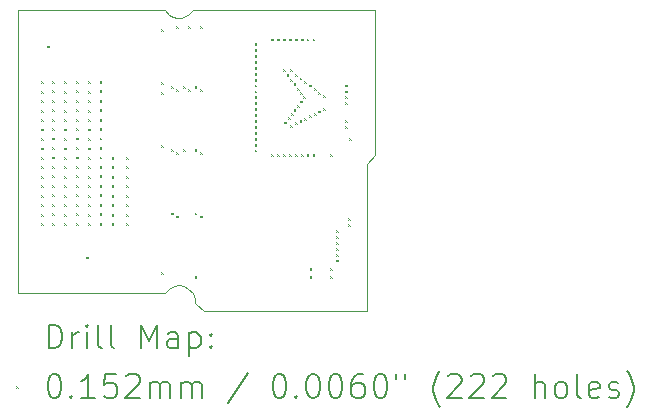
<source format=gbr>
%TF.GenerationSoftware,KiCad,Pcbnew,8.0.5*%
%TF.CreationDate,2025-10-23T09:57:47-05:00*%
%TF.ProjectId,iris-128s,69726973-2d31-4323-9873-2e6b69636164,1*%
%TF.SameCoordinates,Original*%
%TF.FileFunction,Drillmap*%
%TF.FilePolarity,Positive*%
%FSLAX45Y45*%
G04 Gerber Fmt 4.5, Leading zero omitted, Abs format (unit mm)*
G04 Created by KiCad (PCBNEW 8.0.5) date 2025-10-23 09:57:47*
%MOMM*%
%LPD*%
G01*
G04 APERTURE LIST*
%ADD10C,0.050000*%
%ADD11C,0.200000*%
%ADD12C,0.100000*%
G04 APERTURE END LIST*
D10*
X9550000Y-10400000D02*
X9550000Y-8000000D01*
X10990000Y-10360000D02*
X11030000Y-10400000D01*
X11000000Y-8035000D02*
X11030000Y-8000000D01*
X12570000Y-8000000D02*
X12570000Y-9230000D01*
X10790000Y-10400000D02*
X10830000Y-10360000D01*
X10895000Y-8070000D02*
X10930000Y-8070000D01*
X9550000Y-8000000D02*
X10790000Y-8000000D01*
X10830000Y-10360000D02*
X10870000Y-10340000D01*
X10790000Y-10400000D02*
X9550000Y-10400000D01*
X11030000Y-10400000D02*
X11050000Y-10450000D01*
X12100000Y-10550000D02*
X11120000Y-10550000D01*
X10790000Y-8000000D02*
X10825000Y-8040000D01*
X11050000Y-10450000D02*
X11050000Y-10480000D01*
X10950000Y-10340250D02*
X10990000Y-10360000D01*
X10970000Y-8055000D02*
X11000000Y-8035000D01*
X12500000Y-9300000D02*
X12500000Y-10550000D01*
X10910000Y-10330000D02*
X10950000Y-10340250D01*
X10930000Y-8070000D02*
X10970000Y-8055000D01*
X10825000Y-8040000D02*
X10860000Y-8060000D01*
X12570000Y-9230000D02*
X12500000Y-9300000D01*
X11120000Y-10550000D02*
X11050000Y-10480000D01*
X10870000Y-10340000D02*
X10910000Y-10330000D01*
X12500000Y-10550000D02*
X12100000Y-10550000D01*
X10860000Y-8060000D02*
X10895000Y-8070000D01*
X11030000Y-8000000D02*
X12570000Y-8000000D01*
D11*
D12*
X9741222Y-8604900D02*
X9756462Y-8620140D01*
X9756462Y-8604900D02*
X9741222Y-8620140D01*
X9741222Y-8684900D02*
X9756462Y-8700140D01*
X9756462Y-8684900D02*
X9741222Y-8700140D01*
X9741222Y-8764900D02*
X9756462Y-8780140D01*
X9756462Y-8764900D02*
X9741222Y-8780140D01*
X9741222Y-8844900D02*
X9756462Y-8860140D01*
X9756462Y-8844900D02*
X9741222Y-8860140D01*
X9741222Y-8924900D02*
X9756462Y-8940140D01*
X9756462Y-8924900D02*
X9741222Y-8940140D01*
X9741222Y-9004900D02*
X9756462Y-9020140D01*
X9756462Y-9004900D02*
X9741222Y-9020140D01*
X9741222Y-9084900D02*
X9756462Y-9100140D01*
X9756462Y-9084900D02*
X9741222Y-9100140D01*
X9741222Y-9164900D02*
X9756462Y-9180140D01*
X9756462Y-9164900D02*
X9741222Y-9180140D01*
X9741222Y-9244900D02*
X9756462Y-9260140D01*
X9756462Y-9244900D02*
X9741222Y-9260140D01*
X9741222Y-9324900D02*
X9756462Y-9340140D01*
X9756462Y-9324900D02*
X9741222Y-9340140D01*
X9741222Y-9404900D02*
X9756462Y-9420140D01*
X9756462Y-9404900D02*
X9741222Y-9420140D01*
X9741222Y-9484900D02*
X9756462Y-9500140D01*
X9756462Y-9484900D02*
X9741222Y-9500140D01*
X9741222Y-9564900D02*
X9756462Y-9580140D01*
X9756462Y-9564900D02*
X9741222Y-9580140D01*
X9741222Y-9644900D02*
X9756462Y-9660140D01*
X9756462Y-9644900D02*
X9741222Y-9660140D01*
X9741222Y-9724900D02*
X9756462Y-9740140D01*
X9756462Y-9724900D02*
X9741222Y-9740140D01*
X9741222Y-9804900D02*
X9756462Y-9820140D01*
X9756462Y-9804900D02*
X9741222Y-9820140D01*
X9796780Y-8300890D02*
X9812020Y-8316130D01*
X9812020Y-8300890D02*
X9796780Y-8316130D01*
X9839390Y-8601102D02*
X9854630Y-8616342D01*
X9854630Y-8601102D02*
X9839390Y-8616342D01*
X9839390Y-8681102D02*
X9854630Y-8696342D01*
X9854630Y-8681102D02*
X9839390Y-8696342D01*
X9839390Y-8761102D02*
X9854630Y-8776342D01*
X9854630Y-8761102D02*
X9839390Y-8776342D01*
X9839390Y-8841102D02*
X9854630Y-8856342D01*
X9854630Y-8841102D02*
X9839390Y-8856342D01*
X9839390Y-8921102D02*
X9854630Y-8936342D01*
X9854630Y-8921102D02*
X9839390Y-8936342D01*
X9839390Y-9001102D02*
X9854630Y-9016342D01*
X9854630Y-9001102D02*
X9839390Y-9016342D01*
X9839390Y-9081102D02*
X9854630Y-9096342D01*
X9854630Y-9081102D02*
X9839390Y-9096342D01*
X9839390Y-9161102D02*
X9854630Y-9176342D01*
X9854630Y-9161102D02*
X9839390Y-9176342D01*
X9839390Y-9241102D02*
X9854630Y-9256342D01*
X9854630Y-9241102D02*
X9839390Y-9256342D01*
X9839390Y-9321102D02*
X9854630Y-9336342D01*
X9854630Y-9321102D02*
X9839390Y-9336342D01*
X9839390Y-9401102D02*
X9854630Y-9416342D01*
X9854630Y-9401102D02*
X9839390Y-9416342D01*
X9839390Y-9481102D02*
X9854630Y-9496342D01*
X9854630Y-9481102D02*
X9839390Y-9496342D01*
X9839390Y-9561102D02*
X9854630Y-9576342D01*
X9854630Y-9561102D02*
X9839390Y-9576342D01*
X9839390Y-9641102D02*
X9854630Y-9656342D01*
X9854630Y-9641102D02*
X9839390Y-9656342D01*
X9839390Y-9721102D02*
X9854630Y-9736342D01*
X9854630Y-9721102D02*
X9839390Y-9736342D01*
X9839390Y-9801102D02*
X9854630Y-9816342D01*
X9854630Y-9801102D02*
X9839390Y-9816342D01*
X9941222Y-8604900D02*
X9956462Y-8620140D01*
X9956462Y-8604900D02*
X9941222Y-8620140D01*
X9941222Y-8684900D02*
X9956462Y-8700140D01*
X9956462Y-8684900D02*
X9941222Y-8700140D01*
X9941222Y-8764900D02*
X9956462Y-8780140D01*
X9956462Y-8764900D02*
X9941222Y-8780140D01*
X9941222Y-8844900D02*
X9956462Y-8860140D01*
X9956462Y-8844900D02*
X9941222Y-8860140D01*
X9941222Y-8924900D02*
X9956462Y-8940140D01*
X9956462Y-8924900D02*
X9941222Y-8940140D01*
X9941222Y-9004900D02*
X9956462Y-9020140D01*
X9956462Y-9004900D02*
X9941222Y-9020140D01*
X9941222Y-9084900D02*
X9956462Y-9100140D01*
X9956462Y-9084900D02*
X9941222Y-9100140D01*
X9941222Y-9164900D02*
X9956462Y-9180140D01*
X9956462Y-9164900D02*
X9941222Y-9180140D01*
X9941222Y-9244900D02*
X9956462Y-9260140D01*
X9956462Y-9244900D02*
X9941222Y-9260140D01*
X9941222Y-9324900D02*
X9956462Y-9340140D01*
X9956462Y-9324900D02*
X9941222Y-9340140D01*
X9941222Y-9404900D02*
X9956462Y-9420140D01*
X9956462Y-9404900D02*
X9941222Y-9420140D01*
X9941222Y-9484900D02*
X9956462Y-9500140D01*
X9956462Y-9484900D02*
X9941222Y-9500140D01*
X9941222Y-9564900D02*
X9956462Y-9580140D01*
X9956462Y-9564900D02*
X9941222Y-9580140D01*
X9941222Y-9644900D02*
X9956462Y-9660140D01*
X9956462Y-9644900D02*
X9941222Y-9660140D01*
X9941222Y-9724900D02*
X9956462Y-9740140D01*
X9956462Y-9724900D02*
X9941222Y-9740140D01*
X9941222Y-9804900D02*
X9956462Y-9820140D01*
X9956462Y-9804900D02*
X9941222Y-9820140D01*
X10039390Y-8601102D02*
X10054630Y-8616342D01*
X10054630Y-8601102D02*
X10039390Y-8616342D01*
X10039390Y-8681102D02*
X10054630Y-8696342D01*
X10054630Y-8681102D02*
X10039390Y-8696342D01*
X10039390Y-8761102D02*
X10054630Y-8776342D01*
X10054630Y-8761102D02*
X10039390Y-8776342D01*
X10039390Y-8841102D02*
X10054630Y-8856342D01*
X10054630Y-8841102D02*
X10039390Y-8856342D01*
X10039390Y-8921102D02*
X10054630Y-8936342D01*
X10054630Y-8921102D02*
X10039390Y-8936342D01*
X10039390Y-9001102D02*
X10054630Y-9016342D01*
X10054630Y-9001102D02*
X10039390Y-9016342D01*
X10039390Y-9081102D02*
X10054630Y-9096342D01*
X10054630Y-9081102D02*
X10039390Y-9096342D01*
X10039390Y-9161102D02*
X10054630Y-9176342D01*
X10054630Y-9161102D02*
X10039390Y-9176342D01*
X10039390Y-9241102D02*
X10054630Y-9256342D01*
X10054630Y-9241102D02*
X10039390Y-9256342D01*
X10039390Y-9321102D02*
X10054630Y-9336342D01*
X10054630Y-9321102D02*
X10039390Y-9336342D01*
X10039390Y-9401102D02*
X10054630Y-9416342D01*
X10054630Y-9401102D02*
X10039390Y-9416342D01*
X10039390Y-9481102D02*
X10054630Y-9496342D01*
X10054630Y-9481102D02*
X10039390Y-9496342D01*
X10039390Y-9561102D02*
X10054630Y-9576342D01*
X10054630Y-9561102D02*
X10039390Y-9576342D01*
X10039390Y-9641102D02*
X10054630Y-9656342D01*
X10054630Y-9641102D02*
X10039390Y-9656342D01*
X10039390Y-9721102D02*
X10054630Y-9736342D01*
X10054630Y-9721102D02*
X10039390Y-9736342D01*
X10039390Y-9801102D02*
X10054630Y-9816342D01*
X10054630Y-9801102D02*
X10039390Y-9816342D01*
X10124186Y-10087440D02*
X10139426Y-10102680D01*
X10139426Y-10087440D02*
X10124186Y-10102680D01*
X10141222Y-8604900D02*
X10156462Y-8620140D01*
X10156462Y-8604900D02*
X10141222Y-8620140D01*
X10141222Y-8684900D02*
X10156462Y-8700140D01*
X10156462Y-8684900D02*
X10141222Y-8700140D01*
X10141222Y-8764900D02*
X10156462Y-8780140D01*
X10156462Y-8764900D02*
X10141222Y-8780140D01*
X10141222Y-8844900D02*
X10156462Y-8860140D01*
X10156462Y-8844900D02*
X10141222Y-8860140D01*
X10141222Y-8924900D02*
X10156462Y-8940140D01*
X10156462Y-8924900D02*
X10141222Y-8940140D01*
X10141222Y-9004900D02*
X10156462Y-9020140D01*
X10156462Y-9004900D02*
X10141222Y-9020140D01*
X10141222Y-9084900D02*
X10156462Y-9100140D01*
X10156462Y-9084900D02*
X10141222Y-9100140D01*
X10141222Y-9164900D02*
X10156462Y-9180140D01*
X10156462Y-9164900D02*
X10141222Y-9180140D01*
X10141222Y-9244900D02*
X10156462Y-9260140D01*
X10156462Y-9244900D02*
X10141222Y-9260140D01*
X10141222Y-9324900D02*
X10156462Y-9340140D01*
X10156462Y-9324900D02*
X10141222Y-9340140D01*
X10141222Y-9404900D02*
X10156462Y-9420140D01*
X10156462Y-9404900D02*
X10141222Y-9420140D01*
X10141222Y-9484900D02*
X10156462Y-9500140D01*
X10156462Y-9484900D02*
X10141222Y-9500140D01*
X10141222Y-9564900D02*
X10156462Y-9580140D01*
X10156462Y-9564900D02*
X10141222Y-9580140D01*
X10141222Y-9644900D02*
X10156462Y-9660140D01*
X10156462Y-9644900D02*
X10141222Y-9660140D01*
X10141222Y-9724900D02*
X10156462Y-9740140D01*
X10156462Y-9724900D02*
X10141222Y-9740140D01*
X10141222Y-9804900D02*
X10156462Y-9820140D01*
X10156462Y-9804900D02*
X10141222Y-9820140D01*
X10239390Y-8601102D02*
X10254630Y-8616342D01*
X10254630Y-8601102D02*
X10239390Y-8616342D01*
X10239390Y-8681102D02*
X10254630Y-8696342D01*
X10254630Y-8681102D02*
X10239390Y-8696342D01*
X10239390Y-8761102D02*
X10254630Y-8776342D01*
X10254630Y-8761102D02*
X10239390Y-8776342D01*
X10239390Y-8841102D02*
X10254630Y-8856342D01*
X10254630Y-8841102D02*
X10239390Y-8856342D01*
X10239390Y-8921102D02*
X10254630Y-8936342D01*
X10254630Y-8921102D02*
X10239390Y-8936342D01*
X10239390Y-9001102D02*
X10254630Y-9016342D01*
X10254630Y-9001102D02*
X10239390Y-9016342D01*
X10239390Y-9081102D02*
X10254630Y-9096342D01*
X10254630Y-9081102D02*
X10239390Y-9096342D01*
X10239390Y-9161102D02*
X10254630Y-9176342D01*
X10254630Y-9161102D02*
X10239390Y-9176342D01*
X10239390Y-9241102D02*
X10254630Y-9256342D01*
X10254630Y-9241102D02*
X10239390Y-9256342D01*
X10239390Y-9321102D02*
X10254630Y-9336342D01*
X10254630Y-9321102D02*
X10239390Y-9336342D01*
X10239390Y-9401102D02*
X10254630Y-9416342D01*
X10254630Y-9401102D02*
X10239390Y-9416342D01*
X10239390Y-9481102D02*
X10254630Y-9496342D01*
X10254630Y-9481102D02*
X10239390Y-9496342D01*
X10239390Y-9561102D02*
X10254630Y-9576342D01*
X10254630Y-9561102D02*
X10239390Y-9576342D01*
X10239390Y-9641102D02*
X10254630Y-9656342D01*
X10254630Y-9641102D02*
X10239390Y-9656342D01*
X10239390Y-9721102D02*
X10254630Y-9736342D01*
X10254630Y-9721102D02*
X10239390Y-9736342D01*
X10239390Y-9801102D02*
X10254630Y-9816342D01*
X10254630Y-9801102D02*
X10239390Y-9816342D01*
X10341222Y-9244900D02*
X10356462Y-9260140D01*
X10356462Y-9244900D02*
X10341222Y-9260140D01*
X10341222Y-9324900D02*
X10356462Y-9340140D01*
X10356462Y-9324900D02*
X10341222Y-9340140D01*
X10341222Y-9404900D02*
X10356462Y-9420140D01*
X10356462Y-9404900D02*
X10341222Y-9420140D01*
X10341222Y-9484900D02*
X10356462Y-9500140D01*
X10356462Y-9484900D02*
X10341222Y-9500140D01*
X10341222Y-9564900D02*
X10356462Y-9580140D01*
X10356462Y-9564900D02*
X10341222Y-9580140D01*
X10341222Y-9644900D02*
X10356462Y-9660140D01*
X10356462Y-9644900D02*
X10341222Y-9660140D01*
X10341222Y-9724900D02*
X10356462Y-9740140D01*
X10356462Y-9724900D02*
X10341222Y-9740140D01*
X10341222Y-9804900D02*
X10356462Y-9820140D01*
X10356462Y-9804900D02*
X10341222Y-9820140D01*
X10461222Y-9244900D02*
X10476462Y-9260140D01*
X10476462Y-9244900D02*
X10461222Y-9260140D01*
X10461222Y-9324900D02*
X10476462Y-9340140D01*
X10476462Y-9324900D02*
X10461222Y-9340140D01*
X10461222Y-9404900D02*
X10476462Y-9420140D01*
X10476462Y-9404900D02*
X10461222Y-9420140D01*
X10461222Y-9484900D02*
X10476462Y-9500140D01*
X10476462Y-9484900D02*
X10461222Y-9500140D01*
X10461222Y-9564900D02*
X10476462Y-9580140D01*
X10476462Y-9564900D02*
X10461222Y-9580140D01*
X10461222Y-9644900D02*
X10476462Y-9660140D01*
X10476462Y-9644900D02*
X10461222Y-9660140D01*
X10461222Y-9724900D02*
X10476462Y-9740140D01*
X10476462Y-9724900D02*
X10461222Y-9740140D01*
X10461222Y-9804900D02*
X10476462Y-9820140D01*
X10476462Y-9804900D02*
X10461222Y-9820140D01*
X10756900Y-8611630D02*
X10772140Y-8626870D01*
X10772140Y-8611630D02*
X10756900Y-8626870D01*
X10761980Y-8162290D02*
X10777220Y-8177530D01*
X10777220Y-8162290D02*
X10761980Y-8177530D01*
X10762234Y-8696960D02*
X10777474Y-8712200D01*
X10777474Y-8696960D02*
X10762234Y-8712200D01*
X10762234Y-9146300D02*
X10777474Y-9161540D01*
X10777474Y-9146300D02*
X10762234Y-9161540D01*
X10762437Y-10217380D02*
X10777677Y-10232620D01*
X10777677Y-10217380D02*
X10762437Y-10232620D01*
X10845800Y-8644650D02*
X10861040Y-8659890D01*
X10861040Y-8644650D02*
X10845800Y-8659890D01*
X10846054Y-9179320D02*
X10861294Y-9194560D01*
X10861294Y-9179320D02*
X10846054Y-9194560D01*
X10846257Y-9715400D02*
X10861497Y-9730640D01*
X10861497Y-9715400D02*
X10846257Y-9730640D01*
X10888980Y-8134350D02*
X10904220Y-8149590D01*
X10904220Y-8134350D02*
X10888980Y-8149590D01*
X10889234Y-8669020D02*
X10904474Y-8684260D01*
X10904474Y-8669020D02*
X10889234Y-8684260D01*
X10889437Y-9205100D02*
X10904677Y-9220340D01*
X10904677Y-9205100D02*
X10889437Y-9220340D01*
X10889437Y-9740100D02*
X10904677Y-9755340D01*
X10904677Y-9740100D02*
X10889437Y-9755340D01*
X10944860Y-8644650D02*
X10960100Y-8659890D01*
X10960100Y-8644650D02*
X10944860Y-8659890D01*
X10945114Y-9179320D02*
X10960354Y-9194560D01*
X10960354Y-9179320D02*
X10945114Y-9194560D01*
X10988040Y-8134350D02*
X11003280Y-8149590D01*
X11003280Y-8134350D02*
X10988040Y-8149590D01*
X10988294Y-8669020D02*
X11003534Y-8684260D01*
X11003534Y-8669020D02*
X10988294Y-8684260D01*
X11043920Y-8644650D02*
X11059160Y-8659890D01*
X11059160Y-8644650D02*
X11043920Y-8659890D01*
X11044174Y-9179320D02*
X11059414Y-9194560D01*
X11059414Y-9179320D02*
X11044174Y-9194560D01*
X11044377Y-9715400D02*
X11059617Y-9730640D01*
X11059617Y-9715400D02*
X11044377Y-9730640D01*
X11044377Y-10250400D02*
X11059617Y-10265640D01*
X11059617Y-10250400D02*
X11044377Y-10265640D01*
X11088624Y-8669020D02*
X11103864Y-8684260D01*
X11103864Y-8669020D02*
X11088624Y-8684260D01*
X11088827Y-9205100D02*
X11104067Y-9220340D01*
X11104067Y-9205100D02*
X11088827Y-9220340D01*
X11088827Y-9740100D02*
X11104067Y-9755340D01*
X11104067Y-9740100D02*
X11088827Y-9755340D01*
X11089640Y-8134350D02*
X11104880Y-8149590D01*
X11104880Y-8134350D02*
X11089640Y-8149590D01*
X11552380Y-8282380D02*
X11567620Y-8297620D01*
X11567620Y-8282380D02*
X11552380Y-8297620D01*
X11552380Y-8332380D02*
X11567620Y-8347620D01*
X11567620Y-8332380D02*
X11552380Y-8347620D01*
X11552380Y-8382380D02*
X11567620Y-8397620D01*
X11567620Y-8382380D02*
X11552380Y-8397620D01*
X11552380Y-8432292D02*
X11567620Y-8447532D01*
X11567620Y-8432292D02*
X11552380Y-8447532D01*
X11552380Y-8482380D02*
X11567620Y-8497620D01*
X11567620Y-8482380D02*
X11552380Y-8497620D01*
X11552380Y-8532368D02*
X11567620Y-8547608D01*
X11567620Y-8532368D02*
X11552380Y-8547608D01*
X11552380Y-8582380D02*
X11567620Y-8597620D01*
X11567620Y-8582380D02*
X11552380Y-8597620D01*
X11552380Y-8632444D02*
X11567620Y-8647684D01*
X11567620Y-8632444D02*
X11552380Y-8647684D01*
X11552380Y-8682380D02*
X11567620Y-8697620D01*
X11567620Y-8682380D02*
X11552380Y-8697620D01*
X11552380Y-8732266D02*
X11567620Y-8747506D01*
X11567620Y-8732266D02*
X11552380Y-8747506D01*
X11552380Y-8782380D02*
X11567620Y-8797620D01*
X11567620Y-8782380D02*
X11552380Y-8797620D01*
X11552380Y-8832342D02*
X11567620Y-8847582D01*
X11567620Y-8832342D02*
X11552380Y-8847582D01*
X11552380Y-8882380D02*
X11567620Y-8897620D01*
X11567620Y-8882380D02*
X11552380Y-8897620D01*
X11552380Y-8932342D02*
X11567620Y-8947582D01*
X11567620Y-8932342D02*
X11552380Y-8947582D01*
X11552380Y-8982380D02*
X11567620Y-8997620D01*
X11567620Y-8982380D02*
X11552380Y-8997620D01*
X11552380Y-9032342D02*
X11567620Y-9047582D01*
X11567620Y-9032342D02*
X11552380Y-9047582D01*
X11552380Y-9082380D02*
X11567620Y-9097620D01*
X11567620Y-9082380D02*
X11552380Y-9097620D01*
X11552380Y-9132316D02*
X11567620Y-9147556D01*
X11567620Y-9132316D02*
X11552380Y-9147556D01*
X11552380Y-9182380D02*
X11567620Y-9197620D01*
X11567620Y-9182380D02*
X11552380Y-9197620D01*
X11692380Y-8242380D02*
X11707620Y-8257620D01*
X11707620Y-8242380D02*
X11692380Y-8257620D01*
X11692380Y-9222380D02*
X11707620Y-9237620D01*
X11707620Y-9222380D02*
X11692380Y-9237620D01*
X11742380Y-8242380D02*
X11757620Y-8257620D01*
X11757620Y-8242380D02*
X11742380Y-8257620D01*
X11742380Y-9222380D02*
X11757620Y-9237620D01*
X11757620Y-9222380D02*
X11742380Y-9237620D01*
X11792380Y-8242380D02*
X11807620Y-8257620D01*
X11807620Y-8242380D02*
X11792380Y-8257620D01*
X11792380Y-8502380D02*
X11807620Y-8517620D01*
X11807620Y-8502380D02*
X11792380Y-8517620D01*
X11792380Y-9222380D02*
X11807620Y-9237620D01*
X11807620Y-9222380D02*
X11792380Y-9237620D01*
X11802380Y-8944380D02*
X11817620Y-8959620D01*
X11817620Y-8944380D02*
X11802380Y-8959620D01*
X11822380Y-8542380D02*
X11837620Y-8557620D01*
X11837620Y-8542380D02*
X11822380Y-8557620D01*
X11832380Y-8909380D02*
X11847620Y-8924620D01*
X11847620Y-8909380D02*
X11832380Y-8924620D01*
X11842380Y-8242380D02*
X11857620Y-8257620D01*
X11857620Y-8242380D02*
X11842380Y-8257620D01*
X11842380Y-9222380D02*
X11857620Y-9237620D01*
X11857620Y-9222380D02*
X11842380Y-9237620D01*
X11852380Y-8502380D02*
X11867620Y-8517620D01*
X11867620Y-8502380D02*
X11852380Y-8517620D01*
X11852380Y-8582380D02*
X11867620Y-8597620D01*
X11867620Y-8582380D02*
X11852380Y-8597620D01*
X11852380Y-8972380D02*
X11867620Y-8987620D01*
X11867620Y-8972380D02*
X11852380Y-8987620D01*
X11862380Y-8874380D02*
X11877620Y-8889620D01*
X11877620Y-8874380D02*
X11862380Y-8889620D01*
X11882380Y-8622380D02*
X11897620Y-8637620D01*
X11897620Y-8622380D02*
X11882380Y-8637620D01*
X11882380Y-8839380D02*
X11897620Y-8854620D01*
X11897620Y-8839380D02*
X11882380Y-8854620D01*
X11892380Y-8242380D02*
X11907620Y-8257620D01*
X11907620Y-8242380D02*
X11892380Y-8257620D01*
X11892380Y-8542380D02*
X11907620Y-8557620D01*
X11907620Y-8542380D02*
X11892380Y-8557620D01*
X11892380Y-8952380D02*
X11907620Y-8967620D01*
X11907620Y-8952380D02*
X11892380Y-8967620D01*
X11892380Y-9222380D02*
X11907620Y-9237620D01*
X11907620Y-9222380D02*
X11892380Y-9237620D01*
X11912380Y-8802380D02*
X11927620Y-8817620D01*
X11927620Y-8802380D02*
X11912380Y-8817620D01*
X11914920Y-8662380D02*
X11930160Y-8677620D01*
X11930160Y-8662380D02*
X11914920Y-8677620D01*
X11932380Y-8572380D02*
X11947620Y-8587620D01*
X11947620Y-8572380D02*
X11932380Y-8587620D01*
X11932380Y-8932380D02*
X11947620Y-8947620D01*
X11947620Y-8932380D02*
X11932380Y-8947620D01*
X11937380Y-8767380D02*
X11952620Y-8782620D01*
X11952620Y-8767380D02*
X11937380Y-8782620D01*
X11939920Y-8697380D02*
X11955160Y-8712620D01*
X11955160Y-8697380D02*
X11939920Y-8712620D01*
X11942380Y-8242380D02*
X11957620Y-8257620D01*
X11957620Y-8242380D02*
X11942380Y-8257620D01*
X11942380Y-9222380D02*
X11957620Y-9237620D01*
X11957620Y-9222380D02*
X11942380Y-9237620D01*
X11962380Y-8732380D02*
X11977620Y-8747620D01*
X11977620Y-8732380D02*
X11962380Y-8747620D01*
X11972380Y-8602380D02*
X11987620Y-8617620D01*
X11987620Y-8602380D02*
X11972380Y-8617620D01*
X11972380Y-8912380D02*
X11987620Y-8927620D01*
X11987620Y-8912380D02*
X11972380Y-8927620D01*
X11992380Y-8242380D02*
X12007620Y-8257620D01*
X12007620Y-8242380D02*
X11992380Y-8257620D01*
X11992380Y-9222380D02*
X12007620Y-9237620D01*
X12007620Y-9222380D02*
X11992380Y-9237620D01*
X12012380Y-8632380D02*
X12027620Y-8647620D01*
X12027620Y-8632380D02*
X12012380Y-8647620D01*
X12012380Y-8892380D02*
X12027620Y-8907620D01*
X12027620Y-8892380D02*
X12012380Y-8907620D01*
X12017462Y-10188536D02*
X12032702Y-10203776D01*
X12032702Y-10188536D02*
X12017462Y-10203776D01*
X12017462Y-10252036D02*
X12032702Y-10267276D01*
X12032702Y-10252036D02*
X12017462Y-10267276D01*
X12042380Y-8242380D02*
X12057620Y-8257620D01*
X12057620Y-8242380D02*
X12042380Y-8257620D01*
X12042380Y-9222380D02*
X12057620Y-9237620D01*
X12057620Y-9222380D02*
X12042380Y-9237620D01*
X12052380Y-8662380D02*
X12067620Y-8677620D01*
X12067620Y-8662380D02*
X12052380Y-8677620D01*
X12052380Y-8872380D02*
X12067620Y-8887620D01*
X12067620Y-8872380D02*
X12052380Y-8887620D01*
X12092380Y-8692380D02*
X12107620Y-8707620D01*
X12107620Y-8692380D02*
X12092380Y-8707620D01*
X12092380Y-8852380D02*
X12107620Y-8867620D01*
X12107620Y-8852380D02*
X12092380Y-8867620D01*
X12132380Y-8722380D02*
X12147620Y-8737620D01*
X12147620Y-8722380D02*
X12132380Y-8737620D01*
X12132380Y-8832380D02*
X12147620Y-8847620D01*
X12147620Y-8832380D02*
X12132380Y-8847620D01*
X12187642Y-10188536D02*
X12202882Y-10203776D01*
X12202882Y-10188536D02*
X12187642Y-10203776D01*
X12187642Y-10252036D02*
X12202882Y-10267276D01*
X12202882Y-10252036D02*
X12187642Y-10267276D01*
X12192380Y-9222380D02*
X12207620Y-9237620D01*
X12207620Y-9222380D02*
X12192380Y-9237620D01*
X12239882Y-10064044D02*
X12255122Y-10079284D01*
X12255122Y-10064044D02*
X12239882Y-10079284D01*
X12239882Y-10114044D02*
X12255122Y-10129284D01*
X12255122Y-10114044D02*
X12239882Y-10129284D01*
X12240072Y-9863980D02*
X12255312Y-9879220D01*
X12255312Y-9863980D02*
X12240072Y-9879220D01*
X12240072Y-9913980D02*
X12255312Y-9929220D01*
X12255312Y-9913980D02*
X12240072Y-9929220D01*
X12240072Y-9963980D02*
X12255312Y-9979220D01*
X12255312Y-9963980D02*
X12240072Y-9979220D01*
X12240072Y-10013980D02*
X12255312Y-10029220D01*
X12255312Y-10013980D02*
X12240072Y-10029220D01*
X12318829Y-8981504D02*
X12334069Y-8996744D01*
X12334069Y-8981504D02*
X12318829Y-8996744D01*
X12319000Y-8632444D02*
X12334240Y-8647684D01*
X12334240Y-8632444D02*
X12319000Y-8647684D01*
X12319000Y-8682444D02*
X12334240Y-8697684D01*
X12334240Y-8682444D02*
X12319000Y-8697684D01*
X12319000Y-8732330D02*
X12334240Y-8747570D01*
X12334240Y-8732330D02*
X12319000Y-8747570D01*
X12319000Y-8782444D02*
X12334240Y-8797684D01*
X12334240Y-8782444D02*
X12319000Y-8797684D01*
X12319000Y-8932444D02*
X12334240Y-8947684D01*
X12334240Y-8932444D02*
X12319000Y-8947684D01*
X12341672Y-9813980D02*
X12356912Y-9829220D01*
X12356912Y-9813980D02*
X12341672Y-9829220D01*
X12341860Y-9764044D02*
X12357100Y-9779284D01*
X12357100Y-9764044D02*
X12341860Y-9779284D01*
X12354608Y-9087118D02*
X12369848Y-9102358D01*
X12369848Y-9087118D02*
X12354608Y-9102358D01*
D11*
X9808277Y-10863984D02*
X9808277Y-10663984D01*
X9808277Y-10663984D02*
X9855896Y-10663984D01*
X9855896Y-10663984D02*
X9884467Y-10673508D01*
X9884467Y-10673508D02*
X9903515Y-10692555D01*
X9903515Y-10692555D02*
X9913039Y-10711603D01*
X9913039Y-10711603D02*
X9922563Y-10749698D01*
X9922563Y-10749698D02*
X9922563Y-10778270D01*
X9922563Y-10778270D02*
X9913039Y-10816365D01*
X9913039Y-10816365D02*
X9903515Y-10835412D01*
X9903515Y-10835412D02*
X9884467Y-10854460D01*
X9884467Y-10854460D02*
X9855896Y-10863984D01*
X9855896Y-10863984D02*
X9808277Y-10863984D01*
X10008277Y-10863984D02*
X10008277Y-10730650D01*
X10008277Y-10768746D02*
X10017801Y-10749698D01*
X10017801Y-10749698D02*
X10027324Y-10740174D01*
X10027324Y-10740174D02*
X10046372Y-10730650D01*
X10046372Y-10730650D02*
X10065420Y-10730650D01*
X10132086Y-10863984D02*
X10132086Y-10730650D01*
X10132086Y-10663984D02*
X10122563Y-10673508D01*
X10122563Y-10673508D02*
X10132086Y-10683031D01*
X10132086Y-10683031D02*
X10141610Y-10673508D01*
X10141610Y-10673508D02*
X10132086Y-10663984D01*
X10132086Y-10663984D02*
X10132086Y-10683031D01*
X10255896Y-10863984D02*
X10236848Y-10854460D01*
X10236848Y-10854460D02*
X10227324Y-10835412D01*
X10227324Y-10835412D02*
X10227324Y-10663984D01*
X10360658Y-10863984D02*
X10341610Y-10854460D01*
X10341610Y-10854460D02*
X10332086Y-10835412D01*
X10332086Y-10835412D02*
X10332086Y-10663984D01*
X10589229Y-10863984D02*
X10589229Y-10663984D01*
X10589229Y-10663984D02*
X10655896Y-10806841D01*
X10655896Y-10806841D02*
X10722563Y-10663984D01*
X10722563Y-10663984D02*
X10722563Y-10863984D01*
X10903515Y-10863984D02*
X10903515Y-10759222D01*
X10903515Y-10759222D02*
X10893991Y-10740174D01*
X10893991Y-10740174D02*
X10874944Y-10730650D01*
X10874944Y-10730650D02*
X10836848Y-10730650D01*
X10836848Y-10730650D02*
X10817801Y-10740174D01*
X10903515Y-10854460D02*
X10884467Y-10863984D01*
X10884467Y-10863984D02*
X10836848Y-10863984D01*
X10836848Y-10863984D02*
X10817801Y-10854460D01*
X10817801Y-10854460D02*
X10808277Y-10835412D01*
X10808277Y-10835412D02*
X10808277Y-10816365D01*
X10808277Y-10816365D02*
X10817801Y-10797317D01*
X10817801Y-10797317D02*
X10836848Y-10787793D01*
X10836848Y-10787793D02*
X10884467Y-10787793D01*
X10884467Y-10787793D02*
X10903515Y-10778270D01*
X10998753Y-10730650D02*
X10998753Y-10930650D01*
X10998753Y-10740174D02*
X11017801Y-10730650D01*
X11017801Y-10730650D02*
X11055896Y-10730650D01*
X11055896Y-10730650D02*
X11074944Y-10740174D01*
X11074944Y-10740174D02*
X11084467Y-10749698D01*
X11084467Y-10749698D02*
X11093991Y-10768746D01*
X11093991Y-10768746D02*
X11093991Y-10825889D01*
X11093991Y-10825889D02*
X11084467Y-10844936D01*
X11084467Y-10844936D02*
X11074944Y-10854460D01*
X11074944Y-10854460D02*
X11055896Y-10863984D01*
X11055896Y-10863984D02*
X11017801Y-10863984D01*
X11017801Y-10863984D02*
X10998753Y-10854460D01*
X11179705Y-10844936D02*
X11189229Y-10854460D01*
X11189229Y-10854460D02*
X11179705Y-10863984D01*
X11179705Y-10863984D02*
X11170182Y-10854460D01*
X11170182Y-10854460D02*
X11179705Y-10844936D01*
X11179705Y-10844936D02*
X11179705Y-10863984D01*
X11179705Y-10740174D02*
X11189229Y-10749698D01*
X11189229Y-10749698D02*
X11179705Y-10759222D01*
X11179705Y-10759222D02*
X11170182Y-10749698D01*
X11170182Y-10749698D02*
X11179705Y-10740174D01*
X11179705Y-10740174D02*
X11179705Y-10759222D01*
D12*
X9532260Y-11184880D02*
X9547500Y-11200120D01*
X9547500Y-11184880D02*
X9532260Y-11200120D01*
D11*
X9846372Y-11083984D02*
X9865420Y-11083984D01*
X9865420Y-11083984D02*
X9884467Y-11093508D01*
X9884467Y-11093508D02*
X9893991Y-11103031D01*
X9893991Y-11103031D02*
X9903515Y-11122079D01*
X9903515Y-11122079D02*
X9913039Y-11160174D01*
X9913039Y-11160174D02*
X9913039Y-11207793D01*
X9913039Y-11207793D02*
X9903515Y-11245888D01*
X9903515Y-11245888D02*
X9893991Y-11264936D01*
X9893991Y-11264936D02*
X9884467Y-11274460D01*
X9884467Y-11274460D02*
X9865420Y-11283984D01*
X9865420Y-11283984D02*
X9846372Y-11283984D01*
X9846372Y-11283984D02*
X9827324Y-11274460D01*
X9827324Y-11274460D02*
X9817801Y-11264936D01*
X9817801Y-11264936D02*
X9808277Y-11245888D01*
X9808277Y-11245888D02*
X9798753Y-11207793D01*
X9798753Y-11207793D02*
X9798753Y-11160174D01*
X9798753Y-11160174D02*
X9808277Y-11122079D01*
X9808277Y-11122079D02*
X9817801Y-11103031D01*
X9817801Y-11103031D02*
X9827324Y-11093508D01*
X9827324Y-11093508D02*
X9846372Y-11083984D01*
X9998753Y-11264936D02*
X10008277Y-11274460D01*
X10008277Y-11274460D02*
X9998753Y-11283984D01*
X9998753Y-11283984D02*
X9989229Y-11274460D01*
X9989229Y-11274460D02*
X9998753Y-11264936D01*
X9998753Y-11264936D02*
X9998753Y-11283984D01*
X10198753Y-11283984D02*
X10084467Y-11283984D01*
X10141610Y-11283984D02*
X10141610Y-11083984D01*
X10141610Y-11083984D02*
X10122563Y-11112555D01*
X10122563Y-11112555D02*
X10103515Y-11131603D01*
X10103515Y-11131603D02*
X10084467Y-11141127D01*
X10379705Y-11083984D02*
X10284467Y-11083984D01*
X10284467Y-11083984D02*
X10274944Y-11179222D01*
X10274944Y-11179222D02*
X10284467Y-11169698D01*
X10284467Y-11169698D02*
X10303515Y-11160174D01*
X10303515Y-11160174D02*
X10351134Y-11160174D01*
X10351134Y-11160174D02*
X10370182Y-11169698D01*
X10370182Y-11169698D02*
X10379705Y-11179222D01*
X10379705Y-11179222D02*
X10389229Y-11198269D01*
X10389229Y-11198269D02*
X10389229Y-11245888D01*
X10389229Y-11245888D02*
X10379705Y-11264936D01*
X10379705Y-11264936D02*
X10370182Y-11274460D01*
X10370182Y-11274460D02*
X10351134Y-11283984D01*
X10351134Y-11283984D02*
X10303515Y-11283984D01*
X10303515Y-11283984D02*
X10284467Y-11274460D01*
X10284467Y-11274460D02*
X10274944Y-11264936D01*
X10465420Y-11103031D02*
X10474944Y-11093508D01*
X10474944Y-11093508D02*
X10493991Y-11083984D01*
X10493991Y-11083984D02*
X10541610Y-11083984D01*
X10541610Y-11083984D02*
X10560658Y-11093508D01*
X10560658Y-11093508D02*
X10570182Y-11103031D01*
X10570182Y-11103031D02*
X10579705Y-11122079D01*
X10579705Y-11122079D02*
X10579705Y-11141127D01*
X10579705Y-11141127D02*
X10570182Y-11169698D01*
X10570182Y-11169698D02*
X10455896Y-11283984D01*
X10455896Y-11283984D02*
X10579705Y-11283984D01*
X10665420Y-11283984D02*
X10665420Y-11150650D01*
X10665420Y-11169698D02*
X10674944Y-11160174D01*
X10674944Y-11160174D02*
X10693991Y-11150650D01*
X10693991Y-11150650D02*
X10722563Y-11150650D01*
X10722563Y-11150650D02*
X10741610Y-11160174D01*
X10741610Y-11160174D02*
X10751134Y-11179222D01*
X10751134Y-11179222D02*
X10751134Y-11283984D01*
X10751134Y-11179222D02*
X10760658Y-11160174D01*
X10760658Y-11160174D02*
X10779705Y-11150650D01*
X10779705Y-11150650D02*
X10808277Y-11150650D01*
X10808277Y-11150650D02*
X10827325Y-11160174D01*
X10827325Y-11160174D02*
X10836848Y-11179222D01*
X10836848Y-11179222D02*
X10836848Y-11283984D01*
X10932086Y-11283984D02*
X10932086Y-11150650D01*
X10932086Y-11169698D02*
X10941610Y-11160174D01*
X10941610Y-11160174D02*
X10960658Y-11150650D01*
X10960658Y-11150650D02*
X10989229Y-11150650D01*
X10989229Y-11150650D02*
X11008277Y-11160174D01*
X11008277Y-11160174D02*
X11017801Y-11179222D01*
X11017801Y-11179222D02*
X11017801Y-11283984D01*
X11017801Y-11179222D02*
X11027325Y-11160174D01*
X11027325Y-11160174D02*
X11046372Y-11150650D01*
X11046372Y-11150650D02*
X11074944Y-11150650D01*
X11074944Y-11150650D02*
X11093991Y-11160174D01*
X11093991Y-11160174D02*
X11103515Y-11179222D01*
X11103515Y-11179222D02*
X11103515Y-11283984D01*
X11493991Y-11074460D02*
X11322563Y-11331603D01*
X11751134Y-11083984D02*
X11770182Y-11083984D01*
X11770182Y-11083984D02*
X11789229Y-11093508D01*
X11789229Y-11093508D02*
X11798753Y-11103031D01*
X11798753Y-11103031D02*
X11808277Y-11122079D01*
X11808277Y-11122079D02*
X11817801Y-11160174D01*
X11817801Y-11160174D02*
X11817801Y-11207793D01*
X11817801Y-11207793D02*
X11808277Y-11245888D01*
X11808277Y-11245888D02*
X11798753Y-11264936D01*
X11798753Y-11264936D02*
X11789229Y-11274460D01*
X11789229Y-11274460D02*
X11770182Y-11283984D01*
X11770182Y-11283984D02*
X11751134Y-11283984D01*
X11751134Y-11283984D02*
X11732086Y-11274460D01*
X11732086Y-11274460D02*
X11722563Y-11264936D01*
X11722563Y-11264936D02*
X11713039Y-11245888D01*
X11713039Y-11245888D02*
X11703515Y-11207793D01*
X11703515Y-11207793D02*
X11703515Y-11160174D01*
X11703515Y-11160174D02*
X11713039Y-11122079D01*
X11713039Y-11122079D02*
X11722563Y-11103031D01*
X11722563Y-11103031D02*
X11732086Y-11093508D01*
X11732086Y-11093508D02*
X11751134Y-11083984D01*
X11903515Y-11264936D02*
X11913039Y-11274460D01*
X11913039Y-11274460D02*
X11903515Y-11283984D01*
X11903515Y-11283984D02*
X11893991Y-11274460D01*
X11893991Y-11274460D02*
X11903515Y-11264936D01*
X11903515Y-11264936D02*
X11903515Y-11283984D01*
X12036848Y-11083984D02*
X12055896Y-11083984D01*
X12055896Y-11083984D02*
X12074944Y-11093508D01*
X12074944Y-11093508D02*
X12084467Y-11103031D01*
X12084467Y-11103031D02*
X12093991Y-11122079D01*
X12093991Y-11122079D02*
X12103515Y-11160174D01*
X12103515Y-11160174D02*
X12103515Y-11207793D01*
X12103515Y-11207793D02*
X12093991Y-11245888D01*
X12093991Y-11245888D02*
X12084467Y-11264936D01*
X12084467Y-11264936D02*
X12074944Y-11274460D01*
X12074944Y-11274460D02*
X12055896Y-11283984D01*
X12055896Y-11283984D02*
X12036848Y-11283984D01*
X12036848Y-11283984D02*
X12017801Y-11274460D01*
X12017801Y-11274460D02*
X12008277Y-11264936D01*
X12008277Y-11264936D02*
X11998753Y-11245888D01*
X11998753Y-11245888D02*
X11989229Y-11207793D01*
X11989229Y-11207793D02*
X11989229Y-11160174D01*
X11989229Y-11160174D02*
X11998753Y-11122079D01*
X11998753Y-11122079D02*
X12008277Y-11103031D01*
X12008277Y-11103031D02*
X12017801Y-11093508D01*
X12017801Y-11093508D02*
X12036848Y-11083984D01*
X12227325Y-11083984D02*
X12246372Y-11083984D01*
X12246372Y-11083984D02*
X12265420Y-11093508D01*
X12265420Y-11093508D02*
X12274944Y-11103031D01*
X12274944Y-11103031D02*
X12284467Y-11122079D01*
X12284467Y-11122079D02*
X12293991Y-11160174D01*
X12293991Y-11160174D02*
X12293991Y-11207793D01*
X12293991Y-11207793D02*
X12284467Y-11245888D01*
X12284467Y-11245888D02*
X12274944Y-11264936D01*
X12274944Y-11264936D02*
X12265420Y-11274460D01*
X12265420Y-11274460D02*
X12246372Y-11283984D01*
X12246372Y-11283984D02*
X12227325Y-11283984D01*
X12227325Y-11283984D02*
X12208277Y-11274460D01*
X12208277Y-11274460D02*
X12198753Y-11264936D01*
X12198753Y-11264936D02*
X12189229Y-11245888D01*
X12189229Y-11245888D02*
X12179706Y-11207793D01*
X12179706Y-11207793D02*
X12179706Y-11160174D01*
X12179706Y-11160174D02*
X12189229Y-11122079D01*
X12189229Y-11122079D02*
X12198753Y-11103031D01*
X12198753Y-11103031D02*
X12208277Y-11093508D01*
X12208277Y-11093508D02*
X12227325Y-11083984D01*
X12465420Y-11083984D02*
X12427325Y-11083984D01*
X12427325Y-11083984D02*
X12408277Y-11093508D01*
X12408277Y-11093508D02*
X12398753Y-11103031D01*
X12398753Y-11103031D02*
X12379706Y-11131603D01*
X12379706Y-11131603D02*
X12370182Y-11169698D01*
X12370182Y-11169698D02*
X12370182Y-11245888D01*
X12370182Y-11245888D02*
X12379706Y-11264936D01*
X12379706Y-11264936D02*
X12389229Y-11274460D01*
X12389229Y-11274460D02*
X12408277Y-11283984D01*
X12408277Y-11283984D02*
X12446372Y-11283984D01*
X12446372Y-11283984D02*
X12465420Y-11274460D01*
X12465420Y-11274460D02*
X12474944Y-11264936D01*
X12474944Y-11264936D02*
X12484467Y-11245888D01*
X12484467Y-11245888D02*
X12484467Y-11198269D01*
X12484467Y-11198269D02*
X12474944Y-11179222D01*
X12474944Y-11179222D02*
X12465420Y-11169698D01*
X12465420Y-11169698D02*
X12446372Y-11160174D01*
X12446372Y-11160174D02*
X12408277Y-11160174D01*
X12408277Y-11160174D02*
X12389229Y-11169698D01*
X12389229Y-11169698D02*
X12379706Y-11179222D01*
X12379706Y-11179222D02*
X12370182Y-11198269D01*
X12608277Y-11083984D02*
X12627325Y-11083984D01*
X12627325Y-11083984D02*
X12646372Y-11093508D01*
X12646372Y-11093508D02*
X12655896Y-11103031D01*
X12655896Y-11103031D02*
X12665420Y-11122079D01*
X12665420Y-11122079D02*
X12674944Y-11160174D01*
X12674944Y-11160174D02*
X12674944Y-11207793D01*
X12674944Y-11207793D02*
X12665420Y-11245888D01*
X12665420Y-11245888D02*
X12655896Y-11264936D01*
X12655896Y-11264936D02*
X12646372Y-11274460D01*
X12646372Y-11274460D02*
X12627325Y-11283984D01*
X12627325Y-11283984D02*
X12608277Y-11283984D01*
X12608277Y-11283984D02*
X12589229Y-11274460D01*
X12589229Y-11274460D02*
X12579706Y-11264936D01*
X12579706Y-11264936D02*
X12570182Y-11245888D01*
X12570182Y-11245888D02*
X12560658Y-11207793D01*
X12560658Y-11207793D02*
X12560658Y-11160174D01*
X12560658Y-11160174D02*
X12570182Y-11122079D01*
X12570182Y-11122079D02*
X12579706Y-11103031D01*
X12579706Y-11103031D02*
X12589229Y-11093508D01*
X12589229Y-11093508D02*
X12608277Y-11083984D01*
X12751134Y-11083984D02*
X12751134Y-11122079D01*
X12827325Y-11083984D02*
X12827325Y-11122079D01*
X13122563Y-11360174D02*
X13113039Y-11350650D01*
X13113039Y-11350650D02*
X13093991Y-11322079D01*
X13093991Y-11322079D02*
X13084468Y-11303031D01*
X13084468Y-11303031D02*
X13074944Y-11274460D01*
X13074944Y-11274460D02*
X13065420Y-11226841D01*
X13065420Y-11226841D02*
X13065420Y-11188746D01*
X13065420Y-11188746D02*
X13074944Y-11141127D01*
X13074944Y-11141127D02*
X13084468Y-11112555D01*
X13084468Y-11112555D02*
X13093991Y-11093508D01*
X13093991Y-11093508D02*
X13113039Y-11064936D01*
X13113039Y-11064936D02*
X13122563Y-11055412D01*
X13189229Y-11103031D02*
X13198753Y-11093508D01*
X13198753Y-11093508D02*
X13217801Y-11083984D01*
X13217801Y-11083984D02*
X13265420Y-11083984D01*
X13265420Y-11083984D02*
X13284468Y-11093508D01*
X13284468Y-11093508D02*
X13293991Y-11103031D01*
X13293991Y-11103031D02*
X13303515Y-11122079D01*
X13303515Y-11122079D02*
X13303515Y-11141127D01*
X13303515Y-11141127D02*
X13293991Y-11169698D01*
X13293991Y-11169698D02*
X13179706Y-11283984D01*
X13179706Y-11283984D02*
X13303515Y-11283984D01*
X13379706Y-11103031D02*
X13389229Y-11093508D01*
X13389229Y-11093508D02*
X13408277Y-11083984D01*
X13408277Y-11083984D02*
X13455896Y-11083984D01*
X13455896Y-11083984D02*
X13474944Y-11093508D01*
X13474944Y-11093508D02*
X13484468Y-11103031D01*
X13484468Y-11103031D02*
X13493991Y-11122079D01*
X13493991Y-11122079D02*
X13493991Y-11141127D01*
X13493991Y-11141127D02*
X13484468Y-11169698D01*
X13484468Y-11169698D02*
X13370182Y-11283984D01*
X13370182Y-11283984D02*
X13493991Y-11283984D01*
X13570182Y-11103031D02*
X13579706Y-11093508D01*
X13579706Y-11093508D02*
X13598753Y-11083984D01*
X13598753Y-11083984D02*
X13646372Y-11083984D01*
X13646372Y-11083984D02*
X13665420Y-11093508D01*
X13665420Y-11093508D02*
X13674944Y-11103031D01*
X13674944Y-11103031D02*
X13684468Y-11122079D01*
X13684468Y-11122079D02*
X13684468Y-11141127D01*
X13684468Y-11141127D02*
X13674944Y-11169698D01*
X13674944Y-11169698D02*
X13560658Y-11283984D01*
X13560658Y-11283984D02*
X13684468Y-11283984D01*
X13922563Y-11283984D02*
X13922563Y-11083984D01*
X14008277Y-11283984D02*
X14008277Y-11179222D01*
X14008277Y-11179222D02*
X13998753Y-11160174D01*
X13998753Y-11160174D02*
X13979706Y-11150650D01*
X13979706Y-11150650D02*
X13951134Y-11150650D01*
X13951134Y-11150650D02*
X13932087Y-11160174D01*
X13932087Y-11160174D02*
X13922563Y-11169698D01*
X14132087Y-11283984D02*
X14113039Y-11274460D01*
X14113039Y-11274460D02*
X14103515Y-11264936D01*
X14103515Y-11264936D02*
X14093991Y-11245888D01*
X14093991Y-11245888D02*
X14093991Y-11188746D01*
X14093991Y-11188746D02*
X14103515Y-11169698D01*
X14103515Y-11169698D02*
X14113039Y-11160174D01*
X14113039Y-11160174D02*
X14132087Y-11150650D01*
X14132087Y-11150650D02*
X14160658Y-11150650D01*
X14160658Y-11150650D02*
X14179706Y-11160174D01*
X14179706Y-11160174D02*
X14189230Y-11169698D01*
X14189230Y-11169698D02*
X14198753Y-11188746D01*
X14198753Y-11188746D02*
X14198753Y-11245888D01*
X14198753Y-11245888D02*
X14189230Y-11264936D01*
X14189230Y-11264936D02*
X14179706Y-11274460D01*
X14179706Y-11274460D02*
X14160658Y-11283984D01*
X14160658Y-11283984D02*
X14132087Y-11283984D01*
X14313039Y-11283984D02*
X14293991Y-11274460D01*
X14293991Y-11274460D02*
X14284468Y-11255412D01*
X14284468Y-11255412D02*
X14284468Y-11083984D01*
X14465420Y-11274460D02*
X14446372Y-11283984D01*
X14446372Y-11283984D02*
X14408277Y-11283984D01*
X14408277Y-11283984D02*
X14389230Y-11274460D01*
X14389230Y-11274460D02*
X14379706Y-11255412D01*
X14379706Y-11255412D02*
X14379706Y-11179222D01*
X14379706Y-11179222D02*
X14389230Y-11160174D01*
X14389230Y-11160174D02*
X14408277Y-11150650D01*
X14408277Y-11150650D02*
X14446372Y-11150650D01*
X14446372Y-11150650D02*
X14465420Y-11160174D01*
X14465420Y-11160174D02*
X14474944Y-11179222D01*
X14474944Y-11179222D02*
X14474944Y-11198269D01*
X14474944Y-11198269D02*
X14379706Y-11217317D01*
X14551134Y-11274460D02*
X14570182Y-11283984D01*
X14570182Y-11283984D02*
X14608277Y-11283984D01*
X14608277Y-11283984D02*
X14627325Y-11274460D01*
X14627325Y-11274460D02*
X14636849Y-11255412D01*
X14636849Y-11255412D02*
X14636849Y-11245888D01*
X14636849Y-11245888D02*
X14627325Y-11226841D01*
X14627325Y-11226841D02*
X14608277Y-11217317D01*
X14608277Y-11217317D02*
X14579706Y-11217317D01*
X14579706Y-11217317D02*
X14560658Y-11207793D01*
X14560658Y-11207793D02*
X14551134Y-11188746D01*
X14551134Y-11188746D02*
X14551134Y-11179222D01*
X14551134Y-11179222D02*
X14560658Y-11160174D01*
X14560658Y-11160174D02*
X14579706Y-11150650D01*
X14579706Y-11150650D02*
X14608277Y-11150650D01*
X14608277Y-11150650D02*
X14627325Y-11160174D01*
X14703515Y-11360174D02*
X14713039Y-11350650D01*
X14713039Y-11350650D02*
X14732087Y-11322079D01*
X14732087Y-11322079D02*
X14741611Y-11303031D01*
X14741611Y-11303031D02*
X14751134Y-11274460D01*
X14751134Y-11274460D02*
X14760658Y-11226841D01*
X14760658Y-11226841D02*
X14760658Y-11188746D01*
X14760658Y-11188746D02*
X14751134Y-11141127D01*
X14751134Y-11141127D02*
X14741611Y-11112555D01*
X14741611Y-11112555D02*
X14732087Y-11093508D01*
X14732087Y-11093508D02*
X14713039Y-11064936D01*
X14713039Y-11064936D02*
X14703515Y-11055412D01*
M02*

</source>
